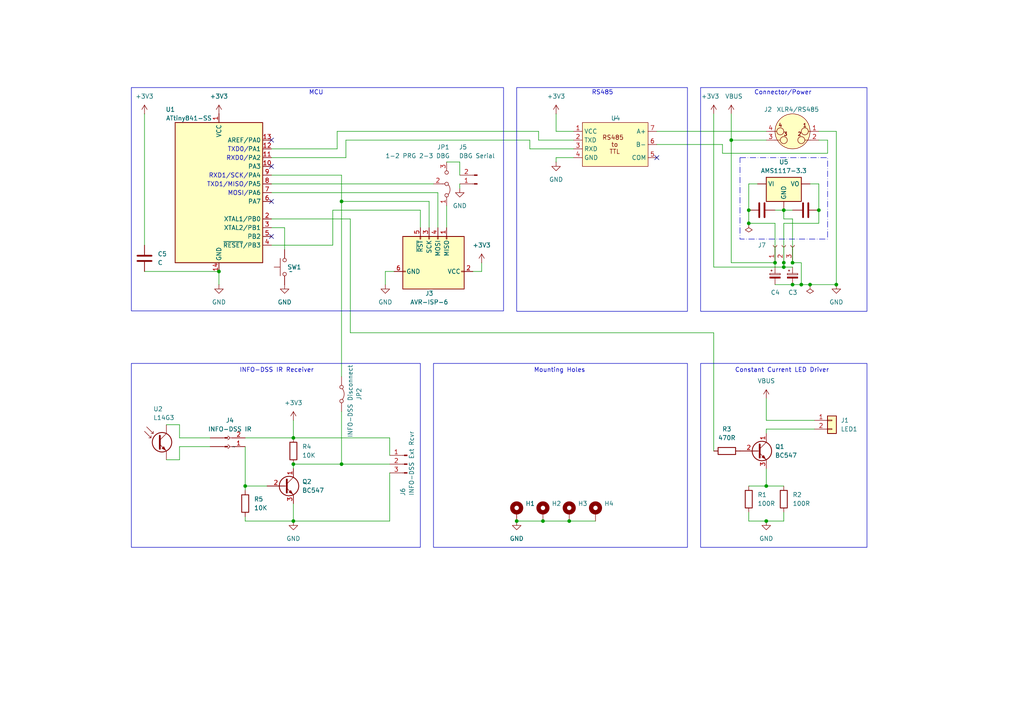
<source format=kicad_sch>
(kicad_sch (version 20231120) (generator "eeschema") (generator_version "8.0")
  (paper "A4")
  (title_block (title "ATtiny-PinKeepAlive") (date "2024-05-08") (rev "v0.1.1"))
  (lib_symbols
    (symbol "Conn_01x02_Pin_1" (pin_names (offset 1.016) hide)
      (property "Reference" "J" (at 0 2.54 0))
      (property "Value" "Conn_01x02_Pin" (at 0 -5.08 0))
      (symbol "Conn_01x02_Pin_1_1_1"
        (polyline (pts (xy 1.27 -2.54) (xy 0.8636 -2.54)) (stroke (width 0.1524)))
        (polyline (pts (xy 1.27 0) (xy 0.8636 0)) (stroke (width 0.1524)))
        (rectangle (start 0.8636 -2.413) (end 0 -2.667) (stroke (width 0.1524)) (fill (type outline)))
        (rectangle (start 0.8636 0.127) (end 0 -0.127) (stroke (width 0.1524)) (fill (type outline)))
        (pin passive line (at 5.08 0 180) (length 3.81) (name "Pin_1") (number "1"))
        (pin passive line (at 5.08 -2.54 180) (length 3.81) (name "Pin_2") (number "2"))
      )
    )
    (symbol "Connector:AVR-ISP-6" (pin_names (offset 1.016))
      (property "Reference" "J" (at -6.35 11.43 0))
      (property "Value" "AVR-ISP-6" (at 0 11.43 0))
      (symbol "AVR-ISP-6_0_1"
        (rectangle (start -2.667 -6.858) (end -2.413 -7.62))
        (rectangle (start -2.667 10.16) (end -2.413 9.398))
        (rectangle (start 7.62 -2.413) (end 6.858 -2.667))
        (rectangle (start 7.62 0.127) (end 6.858 -0.127))
        (rectangle (start 7.62 2.667) (end 6.858 2.413))
        (rectangle (start 7.62 5.207) (end 6.858 4.953))
        (rectangle (start 7.62 10.16) (end -7.62 -7.62) (stroke (width 0.254)) (fill (type background)))
      )
      (symbol "AVR-ISP-6_1_1"
        (pin passive line (at 10.16 5.08 180) (length 2.54) (name "MISO") (number "1"))
        (pin passive line (at -2.54 12.7 270) (length 2.54) (name "VCC") (number "2"))
        (pin passive line (at 10.16 0 180) (length 2.54) (name "SCK") (number "3"))
        (pin passive line (at 10.16 2.54 180) (length 2.54) (name "MOSI") (number "4"))
        (pin passive line (at 10.16 -2.54 180) (length 2.54) (name "~{RST}") (number "5"))
        (pin passive line (at -2.54 -10.16 90) (length 2.54) (name "GND") (number "6"))
      )
    )
    (symbol "Connector:Conn_01x02_Pin" (pin_numbers hide) (pin_names (offset 1.016) hide)
      (property "Reference" "J" (at 0 2.54 0))
      (property "Value" "Conn_01x02_Pin" (at 0 -5.08 0))
      (symbol "Conn_01x02_Pin_1_1"
        (polyline (pts (xy 1.27 -2.54) (xy 0.8636 -2.54)) (stroke (width 0.1524)))
        (polyline (pts (xy 1.27 0) (xy 0.8636 0)) (stroke (width 0.1524)))
        (rectangle (start 0.8636 -2.413) (end 0 -2.667) (stroke (width 0.1524)) (fill (type outline)))
        (rectangle (start 0.8636 0.127) (end 0 -0.127) (stroke (width 0.1524)) (fill (type outline)))
        (pin passive line (at 5.08 0 180) (length 3.81) (name "Pin_1") (number "1"))
        (pin passive line (at 5.08 -2.54 180) (length 3.81) (name "Pin_2") (number "2"))
      )
    )
    (symbol "Connector:Conn_01x02_Socket" (pin_names (offset 1.016) hide)
      (property "Reference" "J" (at 0 2.54 0))
      (property "Value" "Conn_01x02_Socket" (at 0 -5.08 0))
      (symbol "Conn_01x02_Socket_1_1"
        (arc (start 0 -2.032) (mid -0.5058 -2.54) (end 0 -3.048) (stroke (width 0.1524)))
        (polyline (pts (xy -1.27 -2.54) (xy -0.508 -2.54)) (stroke (width 0.1524)))
        (polyline (pts (xy -1.27 0) (xy -0.508 0)) (stroke (width 0.1524)))
        (arc (start 0 0.508) (mid -0.5058 0) (end 0 -0.508) (stroke (width 0.1524)))
        (pin passive line (at -5.08 0 0) (length 3.81) (name "Pin_1") (number "1"))
        (pin passive line (at -5.08 -2.54 0) (length 3.81) (name "Pin_2") (number "2"))
      )
    )
    (symbol "Connector:Conn_01x03_Pin" (pin_names (offset 1.016) hide)
      (property "Reference" "J" (at 0 5.08 0))
      (property "Value" "Conn_01x03_Pin" (at 0 -5.08 0))
      (symbol "Conn_01x03_Pin_1_1"
        (polyline (pts (xy 1.27 -2.54) (xy 0.8636 -2.54)) (stroke (width 0.1524)))
        (polyline (pts (xy 1.27 0) (xy 0.8636 0)) (stroke (width 0.1524)))
        (polyline (pts (xy 1.27 2.54) (xy 0.8636 2.54)) (stroke (width 0.1524)))
        (rectangle (start 0.8636 -2.413) (end 0 -2.667) (stroke (width 0.1524)) (fill (type outline)))
        (rectangle (start 0.8636 0.127) (end 0 -0.127) (stroke (width 0.1524)) (fill (type outline)))
        (rectangle (start 0.8636 2.667) (end 0 2.413) (stroke (width 0.1524)) (fill (type outline)))
        (pin passive line (at 5.08 2.54 180) (length 3.81) (name "Pin_1") (number "1"))
        (pin passive line (at 5.08 0 180) (length 3.81) (name "Pin_2") (number "2"))
        (pin passive line (at 5.08 -2.54 180) (length 3.81) (name "Pin_3") (number "3"))
      )
    )
    (symbol "Connector:Conn_01x03_Socket" (pin_names (offset 1.016) hide)
      (property "Reference" "J" (at 0 5.08 0))
      (property "Value" "Conn_01x03_Socket" (at 0 -5.08 0))
      (symbol "Conn_01x03_Socket_1_1"
        (arc (start 0 -2.032) (mid -0.5058 -2.54) (end 0 -3.048) (stroke (width 0.1524)))
        (polyline (pts (xy -1.27 -2.54) (xy -0.508 -2.54)) (stroke (width 0.1524)))
        (polyline (pts (xy -1.27 0) (xy -0.508 0)) (stroke (width 0.1524)))
        (polyline (pts (xy -1.27 2.54) (xy -0.508 2.54)) (stroke (width 0.1524)))
        (arc (start 0 0.508) (mid -0.5058 0) (end 0 -0.508) (stroke (width 0.1524)))
        (arc (start 0 3.048) (mid -0.5058 2.54) (end 0 2.032) (stroke (width 0.1524)))
        (pin passive line (at -5.08 2.54 0) (length 3.81) (name "Pin_1") (number "1"))
        (pin passive line (at -5.08 0 0) (length 3.81) (name "Pin_2") (number "2"))
        (pin passive line (at -5.08 -2.54 0) (length 3.81) (name "Pin_3") (number "3"))
      )
    )
    (symbol "Connector_Audio:XLR4" (pin_names hide)
      (property "Reference" "J" (at 0 8.89 0))
      (property "Value" "XLR4" (at 0 6.35 0))
      (symbol "XLR4_0_1"
        (circle (center -3.556 0) (radius 1.016))
        (circle (center -2.54 -2.54) (radius 1.016))
        (polyline (pts (xy -5.08 -2.54) (xy -4.445 -2.54)))
        (polyline (pts (xy -5.08 0) (xy -4.572 0)))
        (polyline (pts (xy -4.572 -2.54) (xy -3.556 -2.54)))
        (polyline (pts (xy 4.318 -2.54) (xy 3.556 -2.54)))
        (polyline (pts (xy 5.08 -2.54) (xy 4.445 -2.54)))
        (polyline (pts (xy 5.08 0) (xy 4.572 0)))
        (circle (center 0 0) (radius 5.08) (fill (type background)))
        (circle (center 2.54 -2.54) (radius 1.016))
        (circle (center 3.556 0) (radius 1.016))
        (text "1" (at -3.556 1.778 0) (effects (font (size 1.016 1.016) (bold yes))))
        (text "2" (at -2.032 -0.762 0) (effects (font (size 1.016 1.016) (bold yes))))
        (text "3" (at 2.032 -0.762 0) (effects (font (size 1.016 1.016) (bold yes))))
        (text "4" (at 3.556 1.778 0) (effects (font (size 1.016 1.016) (bold yes))))
      )
      (symbol "XLR4_1_1"
        (pin passive line (at -7.62 0 0) (length 2.54) (name "~") (number "1"))
        (pin passive line (at -7.62 -2.54 0) (length 2.54) (name "~") (number "2"))
        (pin passive line (at 7.62 -2.54 180) (length 2.54) (name "~") (number "3"))
        (pin passive line (at 7.62 0 180) (length 2.54) (name "~") (number "4"))
      )
    )
    (symbol "Connector_Generic:Conn_01x02" (pin_names (offset 1.016) hide)
      (property "Reference" "J" (at 0 2.54 0))
      (property "Value" "Conn_01x02" (at 0 -5.08 0))
      (symbol "Conn_01x02_1_1"
        (rectangle (start -1.27 -2.413) (end 0 -2.667) (stroke (width 0.1524)))
        (rectangle (start -1.27 0.127) (end 0 -0.127) (stroke (width 0.1524)))
        (rectangle (start -1.27 1.27) (end 1.27 -3.81) (stroke (width 0.254)) (fill (type background)))
        (pin passive line (at -5.08 0 0) (length 3.81) (name "Pin_1") (number "1"))
        (pin passive line (at -5.08 -2.54 0) (length 3.81) (name "Pin_2") (number "2"))
      )
    )
    (symbol "Device:C" (pin_numbers hide) (pin_names (offset 0.254))
      (property "Reference" "C" (at 0.635 2.54 0))
      (property "Value" "C" (at 0.635 -2.54 0))
      (symbol "C_0_1"
        (polyline (pts (xy -2.032 -0.762) (xy 2.032 -0.762)) (stroke (width 0.508)))
        (polyline (pts (xy -2.032 0.762) (xy 2.032 0.762)) (stroke (width 0.508)))
      )
      (symbol "C_1_1"
        (pin passive line (at 0 3.81 270) (length 2.794) (name "~") (number "1"))
        (pin passive line (at 0 -3.81 90) (length 2.794) (name "~") (number "2"))
      )
    )
    (symbol "Device:C_Polarized_Small" (pin_numbers hide) (pin_names (offset 0.254) hide)
      (property "Reference" "C" (at 0.254 1.778 0))
      (property "Value" "C_Polarized_Small" (at 0.254 -2.032 0))
      (symbol "C_Polarized_Small_0_1"
        (rectangle (start -1.524 -0.3048) (end 1.524 -0.6858) (fill (type outline)))
        (rectangle (start -1.524 0.6858) (end 1.524 0.3048))
        (polyline (pts (xy -1.27 1.524) (xy -0.762 1.524)))
        (polyline (pts (xy -1.016 1.27) (xy -1.016 1.778)))
      )
      (symbol "C_Polarized_Small_1_1"
        (pin passive line (at 0 2.54 270) (length 1.8542) (name "~") (number "1"))
        (pin passive line (at 0 -2.54 90) (length 1.8542) (name "~") (number "2"))
      )
    )
    (symbol "Device:R" (pin_numbers hide) (pin_names (offset 0))
      (property "Reference" "R" (at 2.032 0 90))
      (property "Value" "R" (at 0 0 90))
      (symbol "R_0_1"
        (rectangle (start -1.016 -2.54) (end 1.016 2.54) (stroke (width 0.254)))
      )
      (symbol "R_1_1"
        (pin passive line (at 0 3.81 270) (length 1.27) (name "~") (number "1"))
        (pin passive line (at 0 -3.81 90) (length 1.27) (name "~") (number "2"))
      )
    )
    (symbol "Jumper:Jumper_2_Bridged" (pin_numbers hide) (pin_names (offset 0) hide) (exclude_from_sim yes)
      (property "Reference" "JP" (at 0 1.905 0))
      (property "Value" "Jumper_2_Bridged" (at 0 -2.54 0))
      (symbol "Jumper_2_Bridged_0_0"
        (circle (center -2.032 0) (radius 0.508))
        (circle (center 2.032 0) (radius 0.508))
      )
      (symbol "Jumper_2_Bridged_0_1"
        (arc (start 1.524 0.254) (mid 0 0.762) (end -1.524 0.254))
      )
      (symbol "Jumper_2_Bridged_1_1"
        (pin passive line (at -5.08 0 0) (length 2.54) (name "A") (number "1"))
        (pin passive line (at 5.08 0 180) (length 2.54) (name "B") (number "2"))
      )
    )
    (symbol "Jumper:Jumper_3_Bridged12" (pin_names (offset 0) hide) (exclude_from_sim yes) (in_bom no)
      (property "Reference" "JP" (at -2.54 -2.54 0))
      (property "Value" "Jumper_3_Bridged12" (at 0 2.794 0))
      (symbol "Jumper_3_Bridged12_0_0"
        (circle (center -3.302 0) (radius 0.508))
        (circle (center 0 0) (radius 0.508))
        (circle (center 3.302 0) (radius 0.508))
      )
      (symbol "Jumper_3_Bridged12_0_1"
        (arc (start -0.254 0.508) (mid -1.651 0.9912) (end -3.048 0.508))
        (polyline (pts (xy 0 -1.27) (xy 0 -0.508)))
      )
      (symbol "Jumper_3_Bridged12_1_1"
        (pin passive line (at -6.35 0 0) (length 2.54) (name "A") (number "1"))
        (pin passive line (at 0 -3.81 90) (length 2.54) (name "C") (number "2"))
        (pin passive line (at 6.35 0 180) (length 2.54) (name "B") (number "3"))
      )
    )
    (symbol "MCU_Microchip_ATtiny:ATtiny841-SS"
      (property "Reference" "U" (at -12.7 21.59 0))
      (property "Value" "ATtiny841-SS" (at 2.54 -21.59 0))
      (symbol "ATtiny841-SS_0_1"
        (rectangle (start -12.7 -20.32) (end 12.7 20.32) (stroke (width 0.254)) (fill (type background)))
      )
      (symbol "ATtiny841-SS_1_1"
        (pin power_in line (at 0 22.86 270) (length 2.54) (name "VCC") (number "1"))
        (pin bidirectional line (at 15.24 7.62 180) (length 2.54) (name "PA3") (number "10"))
        (pin bidirectional line (at 15.24 10.16 180) (length 2.54) (name "PA2") (number "11"))
        (pin bidirectional line (at 15.24 12.7 180) (length 2.54) (name "PA1") (number "12"))
        (pin bidirectional line (at 15.24 15.24 180) (length 2.54) (name "AREF/PA0") (number "13"))
        (pin power_in line (at 0 -22.86 90) (length 2.54) (name "GND") (number "14"))
        (pin bidirectional line (at 15.24 -7.62 180) (length 2.54) (name "XTAL1/PB0") (number "2"))
        (pin bidirectional line (at 15.24 -10.16 180) (length 2.54) (name "XTAL2/PB1") (number "3"))
        (pin bidirectional line (at 15.24 -15.24 180) (length 2.54) (name "~{RESET}/PB3") (number "4"))
        (pin bidirectional line (at 15.24 -12.7 180) (length 2.54) (name "PB2") (number "5"))
        (pin bidirectional line (at 15.24 -2.54 180) (length 2.54) (name "PA7") (number "6"))
        (pin bidirectional line (at 15.24 0 180) (length 2.54) (name "PA6") (number "7"))
        (pin bidirectional line (at 15.24 2.54 180) (length 2.54) (name "PA5") (number "8"))
        (pin bidirectional line (at 15.24 5.08 180) (length 2.54) (name "PA4") (number "9"))
      )
    )
    (symbol "Mechanical:MountingHole_Pad" (pin_numbers hide) (pin_names (offset 1.016) hide) (exclude_from_sim yes) (in_bom no)
      (property "Reference" "H" (at 0 6.35 0))
      (property "Value" "MountingHole_Pad" (at 0 4.445 0))
      (symbol "MountingHole_Pad_0_1"
        (circle (center 0 1.27) (radius 1.27) (stroke (width 1.27)))
      )
      (symbol "MountingHole_Pad_1_1"
        (pin input line (at 0 -2.54 90) (length 2.54) (name "1") (number "1"))
      )
    )
    (symbol "RS485toTTLModule:RS485toTTL"
      (property "Reference" "U" (at -10.16 1.27 0))
      (symbol "RS485toTTL_0_1"
        (rectangle (start -19.05 0) (end 0 -12.7) (fill (type background)))
      )
      (symbol "RS485toTTL_1_1"
        (text "RS485\n to\n TTL" (at -10.16 -6.35 0) (effects (font (size 1.27 1.27))))
        (pin power_in line (at -21.59 -2.54 0) (length 2.54) (name "VCC") (number "1"))
        (pin input line (at -21.59 -5.08 0) (length 2.54) (name "TXD") (number "2"))
        (pin output line (at -21.59 -7.62 0) (length 2.54) (name "RXD") (number "3"))
        (pin power_in line (at -21.59 -10.16 0) (length 2.54) (name "GND") (number "4"))
        (pin power_in line (at 2.54 -10.16 180) (length 2.54) (name "COM") (number "5"))
        (pin bidirectional line (at 2.54 -6.35 180) (length 2.54) (name "B-") (number "6"))
        (pin bidirectional line (at 2.54 -2.54 180) (length 2.54) (name "A+") (number "7"))
      )
    )
    (symbol "Regulator_Linear:AMS1117-3.3" (pin_numbers hide)
      (property "Reference" "U" (at -3.81 3.175 0))
      (property "Value" "AMS1117-3.3" (at 0 3.175 0))
      (symbol "AMS1117-3.3_0_1"
        (rectangle (start -5.08 -5.08) (end 5.08 1.905) (stroke (width 0.254)) (fill (type background)))
      )
      (symbol "AMS1117-3.3_1_1"
        (pin power_in line (at 0 -7.62 90) (length 2.54) (name "GND") (number "1"))
        (pin power_out line (at 7.62 0 180) (length 2.54) (name "VO") (number "2"))
        (pin power_in line (at -7.62 0 0) (length 2.54) (name "VI") (number "3"))
      )
    )
    (symbol "Sensor_Optical:SFH309" (pin_numbers hide) (pin_names (offset 0) hide)
      (property "Reference" "Q" (at 5.08 1.27 0))
      (property "Value" "SFH309" (at 5.08 -1.27 0))
      (symbol "SFH309_0_1"
        (polyline (pts (xy -1.905 1.27) (xy -2.54 1.27)))
        (polyline (pts (xy -1.27 2.54) (xy -1.905 2.54)))
        (polyline (pts (xy 0.635 0.635) (xy 2.54 2.54)))
        (polyline (pts (xy -3.81 3.175) (xy -1.905 1.27) (xy -1.905 1.905)))
        (polyline (pts (xy -3.175 4.445) (xy -1.27 2.54) (xy -1.27 3.175)))
        (polyline (pts (xy 0.635 -0.635) (xy 2.54 -2.54) (xy 2.54 -2.54)))
        (polyline (pts (xy 0.635 1.905) (xy 0.635 -1.905) (xy 0.635 -1.905)) (stroke (width 0.508)))
        (polyline (pts (xy 1.27 -1.778) (xy 1.778 -1.27) (xy 2.286 -2.286) (xy 1.27 -1.778) (xy 1.27 -1.778)) (fill (type outline)))
        (circle (center 1.27 0) (radius 2.8194) (stroke (width 0.254)))
      )
      (symbol "SFH309_1_1"
        (pin passive line (at 2.54 5.08 270) (length 2.54) (name "C") (number "1"))
        (pin passive line (at 2.54 -5.08 90) (length 2.54) (name "E") (number "2"))
      )
    )
    (symbol "Switch:SW_Push" (pin_numbers hide) (pin_names (offset 1.016) hide)
      (property "Reference" "SW" (at 1.27 2.54 0))
      (property "Value" "SW_Push" (at 0 -1.524 0))
      (symbol "SW_Push_0_1"
        (circle (center -2.032 0) (radius 0.508))
        (polyline (pts (xy 0 1.27) (xy 0 3.048)))
        (polyline (pts (xy 2.54 1.27) (xy -2.54 1.27)))
        (circle (center 2.032 0) (radius 0.508))
        (pin passive line (at -5.08 0 0) (length 2.54) (name "1") (number "1"))
        (pin passive line (at 5.08 0 180) (length 2.54) (name "2") (number "2"))
      )
    )
    (symbol "Transistor_BJT:BC547" (pin_names (offset 0) hide)
      (property "Reference" "Q" (at 5.08 1.905 0))
      (property "Value" "BC547" (at 5.08 0 0))
      (symbol "BC547_0_1"
        (polyline (pts (xy 0 0) (xy 0.635 0)))
        (polyline (pts (xy 0.635 0.635) (xy 2.54 2.54)))
        (polyline (pts (xy 0.635 -0.635) (xy 2.54 -2.54) (xy 2.54 -2.54)))
        (polyline (pts (xy 0.635 1.905) (xy 0.635 -1.905) (xy 0.635 -1.905)) (stroke (width 0.508)))
        (polyline (pts (xy 1.27 -1.778) (xy 1.778 -1.27) (xy 2.286 -2.286) (xy 1.27 -1.778) (xy 1.27 -1.778)) (fill (type outline)))
        (circle (center 1.27 0) (radius 2.8194) (stroke (width 0.254)))
      )
      (symbol "BC547_1_1"
        (pin passive line (at 2.54 5.08 270) (length 2.54) (name "C") (number "1"))
        (pin input line (at -5.08 0 0) (length 5.08) (name "B") (number "2"))
        (pin passive line (at 2.54 -5.08 90) (length 2.54) (name "E") (number "3"))
      )
    )
    (symbol "power:+3V3" (power) (pin_numbers hide) (pin_names (offset 0) hide)
      (property "Value" "+3V3" (at 0 3.556 0))
      (symbol "+3V3_0_1"
        (polyline (pts (xy -0.762 1.27) (xy 0 2.54)))
        (polyline (pts (xy 0 0) (xy 0 2.54)))
        (polyline (pts (xy 0 2.54) (xy 0.762 1.27)))
      )
      (symbol "+3V3_1_1"
        (pin power_in line (at 0 0 90) (length 0) (name "~") (number "1"))
      )
    )
    (symbol "power:GND" (power) (pin_numbers hide) (pin_names (offset 0) hide)
      (property "Value" "GND" (at 0 -3.81 0))
      (symbol "GND_0_1"
        (polyline (pts (xy 0 0) (xy 0 -1.27) (xy 1.27 -1.27) (xy 0 -2.54) (xy -1.27 -1.27) (xy 0 -1.27)))
      )
      (symbol "GND_1_1"
        (pin power_in line (at 0 0 270) (length 0) (name "~") (number "1"))
      )
    )
    (symbol "power:PWR_FLAG" (power) (pin_numbers hide) (pin_names (offset 0) hide)
      (property "Value" "PWR_FLAG" (at 0 3.81 0))
      (symbol "PWR_FLAG_0_0"
        (pin power_out line (at 0 0 90) (length 0) (name "~") (number "1"))
      )
      (symbol "PWR_FLAG_0_1"
        (polyline (pts (xy 0 0) (xy 0 1.27) (xy -1.016 1.905) (xy 0 2.54) (xy 1.016 1.905) (xy 0 1.27)))
      )
    )
    (symbol "power:VBUS" (power) (pin_numbers hide) (pin_names (offset 0) hide)
      (property "Value" "VBUS" (at 0 3.556 0))
      (symbol "VBUS_0_1"
        (polyline (pts (xy -0.762 1.27) (xy 0 2.54)))
        (polyline (pts (xy 0 0) (xy 0 2.54)))
        (polyline (pts (xy 0 2.54) (xy 0.762 1.27)))
      )
      (symbol "VBUS_1_1"
        (pin power_in line (at 0 0 90) (length 0) (name "~") (number "1"))
      )
    )
  )
  (junction (at 227.33 77.47))
  (junction (at 227.33 76.2))
  (junction (at 227.33 60.96))
  (junction (at 99.06 58.42))
  (junction (at 217.17 60.96))
  (junction (at 237.49 60.96))
  (junction (at 222.25 151.13))
  (junction (at 63.5 78.74))
  (junction (at 229.87 76.2))
  (junction (at 99.06 134.62))
  (junction (at 234.95 82.55))
  (junction (at 71.12 140.97))
  (junction (at 242.57 82.55))
  (junction (at 217.17 64.77))
  (junction (at 222.25 140.97))
  (junction (at 232.41 82.55))
  (junction (at 224.79 76.2))
  (junction (at 85.09 134.62))
  (junction (at 149.86 151.13))
  (junction (at 157.48 151.13))
  (junction (at 85.09 151.13))
  (junction (at 229.87 82.55))
  (junction (at 85.09 127))
  (junction (at 212.09 40.64))
  (junction (at 165.1 151.13))
  (no_connect (at 78.74 68.58))
  (no_connect (at 78.74 58.42))
  (no_connect (at 78.74 40.64))
  (no_connect (at 78.74 48.26))
  (no_connect (at 190.5 45.72))
  (wire (pts (xy 113.03 137.16) (xy 113.03 151.13)))
  (wire (pts (xy 161.29 45.72) (xy 166.37 45.72)))
  (wire (pts (xy 242.57 38.1) (xy 242.57 82.55)))
  (wire (pts (xy 222.25 124.46) (xy 222.25 125.73)))
  (wire (pts (xy 207.01 33.02) (xy 207.01 77.47)))
  (wire (pts (xy 127 55.88) (xy 127 66.04)))
  (wire (pts (xy 222.25 140.97) (xy 227.33 140.97)))
  (wire (pts (xy 41.91 78.74) (xy 63.5 78.74)))
  (wire (pts (xy 97.79 43.18) (xy 78.74 43.18)))
  (wire (pts (xy 60.96 127) (xy 52.07 127)))
  (wire (pts (xy 236.22 124.46) (xy 222.25 124.46)))
  (wire (pts (xy 85.09 151.13) (xy 113.03 151.13)))
  (wire (pts (xy 52.07 129.54) (xy 60.96 129.54)))
  (wire (pts (xy 100.33 40.64) (xy 153.67 40.64)))
  (wire (pts (xy 190.5 41.91) (xy 209.55 41.91)))
  (wire (pts (xy 85.09 135.89) (xy 85.09 134.62)))
  (wire (pts (xy 229.87 63.5) (xy 229.87 76.2)))
  (wire (pts (xy 229.87 82.55) (xy 232.41 82.55)))
  (wire (pts (xy 124.46 58.42) (xy 99.06 58.42)))
  (wire (pts (xy 217.17 53.34) (xy 219.71 53.34)))
  (wire (pts (xy 222.25 121.92) (xy 222.25 115.57)))
  (wire (pts (xy 121.92 60.96) (xy 121.92 66.04)))
  (wire (pts (xy 237.49 38.1) (xy 242.57 38.1)))
  (wire (pts (xy 78.74 63.5) (xy 101.6 63.5)))
  (wire (pts (xy 96.52 60.96) (xy 96.52 71.12)))
  (wire (pts (xy 190.5 38.1) (xy 222.25 38.1)))
  (wire (pts (xy 111.76 78.74) (xy 111.76 82.55)))
  (wire (pts (xy 113.03 134.62) (xy 99.06 134.62)))
  (wire (pts (xy 227.33 77.47) (xy 229.87 77.47)))
  (wire (pts (xy 127 55.88) (xy 78.74 55.88)))
  (wire (pts (xy 97.79 38.1) (xy 97.79 43.18)))
  (wire (pts (xy 209.55 41.91) (xy 209.55 44.45)))
  (wire (pts (xy 100.33 45.72) (xy 78.74 45.72)))
  (wire (pts (xy 52.07 127) (xy 52.07 123.19)))
  (wire (pts (xy 237.49 40.64) (xy 240.03 40.64)))
  (wire (pts (xy 77.47 140.97) (xy 71.12 140.97)))
  (wire (pts (xy 82.55 66.04) (xy 82.55 72.39)))
  (wire (pts (xy 212.09 33.02) (xy 212.09 40.64)))
  (wire (pts (xy 217.17 64.77) (xy 217.17 60.96)))
  (wire (pts (xy 41.91 33.02) (xy 41.91 71.12)))
  (wire (pts (xy 232.41 76.2) (xy 232.41 82.55)))
  (wire (pts (xy 166.37 40.64) (xy 156.21 40.64)))
  (wire (pts (xy 100.33 40.64) (xy 100.33 45.72)))
  (wire (pts (xy 139.7 76.2) (xy 139.7 78.74)))
  (wire (pts (xy 222.25 140.97) (xy 222.25 135.89)))
  (wire (pts (xy 227.33 60.96) (xy 229.87 60.96)))
  (wire (pts (xy 165.1 151.13) (xy 172.72 151.13)))
  (wire (pts (xy 99.06 50.8) (xy 99.06 58.42)))
  (wire (pts (xy 85.09 146.05) (xy 85.09 151.13)))
  (wire (pts (xy 217.17 140.97) (xy 222.25 140.97)))
  (wire (pts (xy 133.35 46.99) (xy 133.35 50.8)))
  (wire (pts (xy 48.26 133.35) (xy 52.07 133.35)))
  (wire (pts (xy 99.06 119.38) (xy 99.06 134.62)))
  (wire (pts (xy 129.54 59.69) (xy 129.54 66.04)))
  (wire (pts (xy 71.12 142.24) (xy 71.12 140.97)))
  (wire (pts (xy 237.49 53.34) (xy 234.95 53.34)))
  (wire (pts (xy 237.49 64.77) (xy 227.33 64.77)))
  (wire (pts (xy 240.03 40.64) (xy 240.03 44.45)))
  (wire (pts (xy 52.07 133.35) (xy 52.07 129.54)))
  (wire (pts (xy 71.12 127) (xy 85.09 127)))
  (wire (pts (xy 157.48 151.13) (xy 165.1 151.13)))
  (wire (pts (xy 96.52 71.12) (xy 78.74 71.12)))
  (wire (pts (xy 232.41 82.55) (xy 234.95 82.55)))
  (wire (pts (xy 224.79 76.2) (xy 224.79 77.47)))
  (wire (pts (xy 101.6 96.52) (xy 207.01 96.52)))
  (wire (pts (xy 224.79 60.96) (xy 227.33 60.96)))
  (wire (pts (xy 217.17 148.59) (xy 217.17 151.13)))
  (wire (pts (xy 227.33 63.5) (xy 229.87 63.5)))
  (wire (pts (xy 63.5 78.74) (xy 63.5 82.55)))
  (wire (pts (xy 71.12 151.13) (xy 71.12 149.86)))
  (wire (pts (xy 78.74 53.34) (xy 125.73 53.34)))
  (wire (pts (xy 217.17 64.77) (xy 224.79 64.77)))
  (wire (pts (xy 224.79 82.55) (xy 229.87 82.55)))
  (wire (pts (xy 101.6 63.5) (xy 101.6 96.52)))
  (wire (pts (xy 224.79 64.77) (xy 224.79 76.2)))
  (wire (pts (xy 209.55 44.45) (xy 240.03 44.45)))
  (wire (pts (xy 133.35 53.34) (xy 133.35 54.61)))
  (wire (pts (xy 227.33 77.47) (xy 227.33 76.2)))
  (wire (pts (xy 129.54 46.99) (xy 133.35 46.99)))
  (wire (pts (xy 71.12 151.13) (xy 85.09 151.13)))
  (wire (pts (xy 161.29 38.1) (xy 166.37 38.1)))
  (wire (pts (xy 124.46 58.42) (xy 124.46 66.04)))
  (wire (pts (xy 229.87 76.2) (xy 232.41 76.2)))
  (wire (pts (xy 161.29 46.99) (xy 161.29 45.72)))
  (wire (pts (xy 237.49 53.34) (xy 237.49 60.96)))
  (wire (pts (xy 96.52 60.96) (xy 121.92 60.96)))
  (wire (pts (xy 161.29 33.02) (xy 161.29 38.1)))
  (wire (pts (xy 52.07 123.19) (xy 48.26 123.19)))
  (wire (pts (xy 113.03 127) (xy 113.03 132.08)))
  (wire (pts (xy 207.01 77.47) (xy 227.33 77.47)))
  (wire (pts (xy 212.09 40.64) (xy 222.25 40.64)))
  (wire (pts (xy 207.01 96.52) (xy 207.01 130.81)))
  (wire (pts (xy 71.12 129.54) (xy 71.12 140.97)))
  (wire (pts (xy 85.09 127) (xy 113.03 127)))
  (wire (pts (xy 237.49 60.96) (xy 237.49 64.77)))
  (wire (pts (xy 217.17 151.13) (xy 222.25 151.13)))
  (wire (pts (xy 227.33 64.77) (xy 227.33 76.2)))
  (wire (pts (xy 139.7 78.74) (xy 137.16 78.74)))
  (wire (pts (xy 212.09 76.2) (xy 224.79 76.2)))
  (wire (pts (xy 227.33 148.59) (xy 227.33 151.13)))
  (wire (pts (xy 227.33 60.96) (xy 227.33 63.5)))
  (wire (pts (xy 78.74 66.04) (xy 82.55 66.04)))
  (wire (pts (xy 153.67 43.18) (xy 166.37 43.18)))
  (wire (pts (xy 85.09 134.62) (xy 99.06 134.62)))
  (wire (pts (xy 149.86 151.13) (xy 157.48 151.13)))
  (wire (pts (xy 78.74 50.8) (xy 99.06 50.8)))
  (wire (pts (xy 111.76 78.74) (xy 114.3 78.74)))
  (wire (pts (xy 97.79 38.1) (xy 156.21 38.1)))
  (wire (pts (xy 85.09 121.92) (xy 85.09 127)))
  (wire (pts (xy 217.17 60.96) (xy 217.17 53.34)))
  (wire (pts (xy 153.67 40.64) (xy 153.67 43.18)))
  (wire (pts (xy 236.22 121.92) (xy 222.25 121.92)))
  (wire (pts (xy 227.33 151.13) (xy 222.25 151.13)))
  (wire (pts (xy 212.09 40.64) (xy 212.09 76.2)))
  (wire (pts (xy 156.21 40.64) (xy 156.21 38.1)))
  (wire (pts (xy 234.95 82.55) (xy 242.57 82.55)))
  (wire (pts (xy 99.06 58.42) (xy 99.06 109.22)))
  (rectangle (start 38.1 105.41) (end 121.92 158.75))
  (rectangle (start 38.1 25.4) (end 146.05 90.17))
  (rectangle (start 214.63 45.72) (end 240.03 69.342) (stroke (width 0) (type dash_dot)))
  (rectangle (start 203.2 25.4) (end 251.46 90.297))
  (rectangle (start 203.2 105.41) (end 251.46 158.75))
  (rectangle (start 149.86 25.4) (end 199.39 90.297))
  (rectangle (start 125.73 105.41) (end 199.39 158.75))
  (text "INFO-DSS IR Receiver" (at 80.264 107.442 0) (effects (font (size 1.27 1.27))))
  (text "TXD0/" (at 69.088 43.434 0) (effects (font (size 1.27 1.27))))
  (text "Mounting Holes" (at 162.306 107.442 0) (effects (font (size 1.27 1.27))))
  (text "MCU" (at 91.694 26.924 0) (effects (font (size 1.27 1.27))))
  (text "RS485" (at 174.752 26.924 0) (effects (font (size 1.27 1.27))))
  (text "Constant Current LED Driver" (at 226.822 107.442 0) (effects (font (size 1.27 1.27))))
  (text "TXD1/MISO/" (at 66.04 53.594 0) (effects (font (size 1.27 1.27))))
  (text "Connector/Power" (at 227.076 26.924 0) (effects (font (size 1.27 1.27))))
  (text "MOSI/" (at 69.088 56.134 0) (effects (font (size 1.27 1.27))))
  (text "RXD1/SCK/" (at 66.294 51.054 0) (effects (font (size 1.27 1.27))))
  (text "RXD0/" (at 68.834 45.974 0) (effects (font (size 1.27 1.27))))
  (symbol (lib_id "power:GND") (at 63.5 82.55 0) (unit 1)
    (property "Reference" "#PWR02" (effects (hide yes)))
    (property "Value" "GND" (at 63.5 87.63 0))
    (property "Description" "Power symbol creates a global label with name \"GND\" , ground" (effects (hide yes)))
  )
  (symbol (lib_id "Mechanical:MountingHole_Pad") (at 157.48 148.59 0) (unit 1) (exclude_from_sim yes) (in_bom no)
    (property "Reference" "H2" (at 160.02 146.0499 0) (effects (justify left)))
    (property "Value" "MountingHole_Pad" (effects (hide yes)))
    (property "Footprint" "MountingHole:MountingHole_2.5mm_Pad_Via" (effects (hide yes)))
    (property "Description" "Mounting Hole with connection" (effects (hide yes)))
  )
  (symbol (lib_id "Switch:SW_Push") (at 82.55 77.47 90) (unit 1)
    (property "Reference" "SW1" (at 83.312 77.47 90) (effects (justify right)))
    (property "Value" "~" (at 83.82 78.74 90) (effects (justify right)))
    (property "Footprint" "Connector_PinHeader_2.54mm:PinHeader_2x01_P2.54mm_Vertical" (effects (hide yes)))
    (property "Description" "Push button switch, generic, two pins" (effects (hide yes)))
  )
  (symbol (lib_id "MCU_Microchip_ATtiny:ATtiny841-SS") (at 63.5 55.88 0) (unit 1)
    (property "Reference" "U1" (at 50.8 31.75 0) (effects (justify right)))
    (property "Value" "ATtiny841-SS" (at 61.468 34.29 0) (effects (justify right)))
    (property "Footprint" "Package_SO:SOIC-14_3.9x8.7mm_P1.27mm" (effects (hide yes)))
    (property "Datasheet" "http://ww1.microchip.com/downloads/en/DeviceDoc/Atmel-8495-8-bit-AVR-Microcontrollers-ATtiny441-ATtiny841_Datasheet.pdf" (effects (hide yes)))
    (property "Description" "16MHz, 8kB Flash, 512B SRAM, 512B EEPROM, ADC, ACI, debugWIRE, SOIC-14" (effects (hide yes)))
  )
  (symbol (lib_id "RS485toTTLModule:RS485toTTL") (at 187.96 35.56 0) (unit 1)
    (property "Reference" "U4" (at 178.562 34.29 0))
    (property "Value" "~" (at 178.435 34.29 0))
    (property "Footprint" "RS485toTTL:RS485toTTL-THT" (effects (hide yes)))
  )
  (symbol (lib_id "Device:C") (at 41.91 74.93 0) (unit 1)
    (property "Reference" "C5" (at 45.72 73.6599 0) (effects (justify left)))
    (property "Value" "C" (at 45.72 76.1999 0) (effects (justify left)))
    (property "Footprint" "Capacitor_THT:C_Rect_L4.0mm_W2.5mm_P2.50mm" (effects (hide yes)))
    (property "Description" "Unpolarized capacitor" (effects (hide yes)))
  )
  (symbol (lib_id "power:GND") (at 242.57 82.55 0) (unit 1)
    (property "Reference" "#PWR05" (effects (hide yes)))
    (property "Value" "GND" (at 242.57 87.63 0))
    (property "Description" "Power symbol creates a global label with name \"GND\" , ground" (effects (hide yes)))
  )
  (symbol (lib_id "Jumper:Jumper_2_Bridged") (at 99.06 114.3 270) (unit 1) (exclude_from_sim yes)
    (property "Reference" "JP2" (at 104.14 114.3 0))
    (property "Value" "INFO-DSS Disconnect" (at 101.6 116.332 0))
    (property "Footprint" "Connector_PinHeader_2.54mm:PinHeader_1x02_P2.54mm_Vertical" (effects (hide yes)))
    (property "Description" "Jumper, 2-pole, closed/bridged" (effects (hide yes)))
  )
  (symbol (lib_id "Connector_Audio:XLR4") (at 229.87 38.1 0) (mirror y) (unit 1)
    (property "Reference" "J2" (at 222.758 31.75 0))
    (property "Value" "XLR4/RS485" (at 231.394 31.75 0))
    (property "Footprint" "Connector_JST:JST_XH_B4B-XH-A_1x04_P2.50mm_Vertical" (effects (hide yes)))
    (property "Datasheet" " ~" (effects (hide yes)))
    (property "Description" "XLR Connector, Male or Female, 4 Pins" (effects (hide yes)))
  )
  (symbol (lib_id "Mechanical:MountingHole_Pad") (at 165.1 148.59 0) (unit 1) (exclude_from_sim yes) (in_bom no)
    (property "Reference" "H3" (at 167.64 146.0499 0) (effects (justify left)))
    (property "Value" "MountingHole_Pad" (effects (hide yes)))
    (property "Footprint" "MountingHole:MountingHole_2.5mm_Pad_Via" (effects (hide yes)))
    (property "Description" "Mounting Hole with connection" (effects (hide yes)))
  )
  (symbol (lib_id "power:+3V3") (at 63.5 33.02 0) (unit 1)
    (property "Reference" "#PWR06" (effects (hide yes)))
    (property "Value" "+3V3" (at 63.5 27.94 0))
    (property "Description" "Power symbol creates a global label with name \"+3V3\"" (effects (hide yes)))
  )
  (symbol (lib_id "Mechanical:MountingHole_Pad") (at 172.72 148.59 0) (unit 1) (exclude_from_sim yes) (in_bom no)
    (property "Reference" "H4" (at 175.26 146.0499 0) (effects (justify left)))
    (property "Value" "MountingHole_Pad" (effects (hide yes)))
    (property "Footprint" "MountingHole:MountingHole_2.5mm_Pad_Via" (effects (hide yes)))
    (property "Description" "Mounting Hole with connection" (effects (hide yes)))
  )
  (symbol (lib_id "power:GND") (at 149.86 151.13 0) (unit 1)
    (property "Reference" "#PWR017" (effects (hide yes)))
    (property "Value" "GND" (at 149.86 156.21 0))
    (property "Description" "Power symbol creates a global label with name \"GND\" , ground" (effects (hide yes)))
  )
  (symbol (lib_id "Device:C") (at 233.68 60.96 90) (unit 1) (exclude_from_sim yes) (in_bom no) (on_board no)
    (property "Reference" "C1" (effects (hide yes)))
    (property "Value" "C" (effects (hide yes)))
    (property "Description" "Unpolarized capacitor" (effects (hide yes)))
  )
  (symbol (lib_id "Connector:Conn_01x03_Socket") (at 227.33 71.12 90) (unit 1)
    (property "Reference" "J7" (at 220.98 71.12 90))
    (property "Value" "Conn_01x03_Socket" (effects (hide yes)))
    (property "Footprint" "Connector_PinSocket_2.54mm:PinSocket_1x03_P2.54mm_Vertical" (effects (hide yes)))
    (property "Description" "Generic connector, single row, 01x03, script generated" (effects (hide yes)))
  )
  (symbol (lib_id "power:GND") (at 111.76 82.55 0) (unit 1)
    (property "Reference" "#PWR09" (effects (hide yes)))
    (property "Value" "GND" (at 111.76 87.63 0))
    (property "Description" "Power symbol creates a global label with name \"GND\" , ground" (effects (hide yes)))
  )
  (symbol (lib_id "Device:R") (at 217.17 144.78 0) (unit 1)
    (property "Reference" "R1" (at 219.71 143.5099 0) (effects (justify left)))
    (property "Value" "100R" (at 219.71 146.0499 0) (effects (justify left)))
    (property "Footprint" "Resistor_THT:R_Axial_DIN0207_L6.3mm_D2.5mm_P10.16mm_Horizontal" (effects (hide yes)))
    (property "Description" "Resistor" (effects (hide yes)))
  )
  (symbol (lib_name "Conn_01x02_Pin_1") (lib_id "Connector:Conn_01x02_Pin") (at 138.43 53.34 180) (unit 1)
    (property "Reference" "J5" (at 133.096 42.672 0) (effects (justify right)))
    (property "Value" "DBG Serial" (at 133.096 45.212 0) (effects (justify right)))
    (property "Footprint" "Connector_PinHeader_2.54mm:PinHeader_1x02_P2.54mm_Vertical" (effects (hide yes)))
    (property "Description" "Generic connector, single row, 01x02, script generated" (effects (hide yes)))
  )
  (symbol (lib_id "Jumper:Jumper_3_Bridged12") (at 129.54 53.34 270) (mirror x) (unit 1) (exclude_from_sim yes) (in_bom no)
    (property "Reference" "JP1" (at 126.746 42.672 90) (effects (justify left)))
    (property "Value" "1-2 PRG 2-3 DBG" (at 111.76 45.212 90) (effects (justify left)))
    (property "Footprint" "Connector_PinHeader_2.54mm:PinHeader_1x03_P2.54mm_Vertical" (effects (hide yes)))
    (property "Description" "Jumper, 3-pole, pins 1+2 closed/bridged" (effects (hide yes)))
  )
  (symbol (lib_id "power:+3V3") (at 41.91 33.02 0) (unit 1)
    (property "Reference" "#PWR016" (effects (hide yes)))
    (property "Value" "+3V3" (at 41.91 27.94 0))
    (property "Description" "Power symbol creates a global label with name \"+3V3\"" (effects (hide yes)))
  )
  (symbol (lib_id "Device:R") (at 85.09 130.81 0) (unit 1)
    (property "Reference" "R4" (at 87.63 129.5399 0) (effects (justify left)))
    (property "Value" "10K" (at 87.63 132.0799 0) (effects (justify left)))
    (property "Footprint" "Resistor_THT:R_Axial_DIN0207_L6.3mm_D2.5mm_P10.16mm_Horizontal" (effects (hide yes)))
    (property "Description" "Resistor" (effects (hide yes)))
  )
  (symbol (lib_id "Mechanical:MountingHole_Pad") (at 149.86 148.59 0) (unit 1) (exclude_from_sim yes) (in_bom no)
    (property "Reference" "H1" (at 152.4 146.0499 0) (effects (justify left)))
    (property "Value" "MountingHole_Pad" (effects (hide yes)))
    (property "Footprint" "MountingHole:MountingHole_2.5mm_Pad_Via" (effects (hide yes)))
    (property "Description" "Mounting Hole with connection" (effects (hide yes)))
  )
  (symbol (lib_id "Sensor_Optical:SFH309") (at 45.72 128.27 0) (unit 1) (on_board no)
    (property "Reference" "U2" (at 44.45 118.618 0) (effects (justify left)))
    (property "Value" "L14G3" (at 44.45 121.158 0) (effects (justify left)))
    (property "Footprint" "LED_THT:LED_D3.0mm_Clear" (effects (hide yes)))
    (property "Datasheet" "http://www.osram-os.com/Graphics/XPic2/00101811_0.pdf/SFH%20309,%20SFH%20309%20FA,%20Lead%20(Pb)%20Free%20Product%20-%20RoHS%20Compliant.pdf" (effects (hide yes)))
    (property "Description" "Phototransistor NPN" (effects (hide yes)))
  )
  (symbol (lib_id "power:GND") (at 82.55 82.55 0) (unit 1)
    (property "Reference" "#PWR012" (effects (hide yes)))
    (property "Value" "GND" (at 82.55 87.63 0))
    (property "Description" "Power symbol creates a global label with name \"GND\" , ground" (effects (hide yes)))
  )
  (symbol (lib_id "Connector:Conn_01x02_Socket") (at 66.04 129.54 180) (unit 1)
    (property "Reference" "J4" (at 66.675 121.92 0))
    (property "Value" "INFO-DSS IR" (at 66.675 124.46 0))
    (property "Footprint" "Connector_JST:JST_XH_B2B-XH-A_1x02_P2.50mm_Vertical" (effects (hide yes)))
    (property "Description" "Generic connector, single row, 01x02, script generated" (effects (hide yes)))
  )
  (symbol (lib_id "power:PWR_FLAG") (at 234.95 82.55 180) (unit 1)
    (property "Reference" "#FLG02" (effects (hide yes)))
    (property "Value" "PWR_FLAG" (effects (hide yes)))
    (property "Description" "Special symbol for telling ERC where power comes from" (effects (hide yes)))
  )
  (symbol (lib_id "power:PWR_FLAG") (at 217.17 64.77 180) (unit 1)
    (property "Reference" "#FLG01" (effects (hide yes)))
    (property "Value" "PWR_FLAG" (effects (hide yes)))
    (property "Description" "Special symbol for telling ERC where power comes from" (effects (hide yes)))
  )
  (symbol (lib_id "Device:C") (at 220.98 60.96 90) (unit 1) (exclude_from_sim yes) (in_bom no) (on_board no)
    (property "Reference" "C2" (effects (hide yes)))
    (property "Value" "C" (effects (hide yes)))
    (property "Description" "Unpolarized capacitor" (effects (hide yes)))
  )
  (symbol (lib_id "power:+3V3") (at 139.7 76.2 0) (unit 1)
    (property "Reference" "#PWR011" (effects (hide yes)))
    (property "Value" "+3V3" (at 139.7 71.12 0))
    (property "Description" "Power symbol creates a global label with name \"+3V3\"" (effects (hide yes)))
  )
  (symbol (lib_id "Device:C_Polarized_Small") (at 224.79 80.01 0) (unit 1)
    (property "Reference" "C4" (at 223.52 84.836 0) (effects (justify left)))
    (property "Value" "47µ" (effects (hide yes)))
    (property "Footprint" "Capacitor_THT:CP_Radial_D4.0mm_P1.50mm" (effects (hide yes)))
    (property "Description" "Polarized capacitor, small symbol" (effects (hide yes)))
  )
  (symbol (lib_id "Connector_Generic:Conn_01x02") (at 241.3 121.92 0) (unit 1)
    (property "Reference" "J1" (at 243.84 121.9199 0) (effects (justify left)))
    (property "Value" "LED1" (at 243.84 124.4599 0) (effects (justify left)))
    (property "Footprint" "Connector_JST:JST_XH_B2B-XH-A_1x02_P2.50mm_Vertical" (effects (hide yes)))
    (property "Description" "Generic connector, single row, 01x02, script generated (kicad-library-utils/schlib/autogen/connector/)" (effects (hide yes)))
  )
  (symbol (lib_id "Device:C_Polarized_Small") (at 229.87 80.01 0) (unit 1)
    (property "Reference" "C3" (at 228.6 84.836 0) (effects (justify left)))
    (property "Value" "47µ" (effects (hide yes)))
    (property "Footprint" "Capacitor_THT:CP_Radial_D4.0mm_P1.50mm" (effects (hide yes)))
    (property "Description" "Polarized capacitor, small symbol" (effects (hide yes)))
  )
  (symbol (lib_id "power:+3V3") (at 161.29 33.02 0) (unit 1)
    (property "Reference" "#PWR013" (effects (hide yes)))
    (property "Value" "+3V3" (at 161.29 27.94 0))
    (property "Description" "Power symbol creates a global label with name \"+3V3\"" (effects (hide yes)))
  )
  (symbol (lib_id "power:VBUS") (at 222.25 115.57 0) (unit 1)
    (property "Reference" "#PWR03" (effects (hide yes)))
    (property "Value" "VBUS" (at 222.25 110.49 0))
    (property "Description" "Power symbol creates a global label with name \"VBUS\"" (effects (hide yes)))
  )
  (symbol (lib_id "Transistor_BJT:BC547") (at 82.55 140.97 0) (unit 1)
    (property "Reference" "Q2" (at 87.63 139.6999 0) (effects (justify left)))
    (property "Value" "BC547" (at 87.63 142.2399 0) (effects (justify left)))
    (property "Footprint" "Package_TO_SOT_THT:TO-92_Inline" (effects (hide yes)))
    (property "Datasheet" "https://www.onsemi.com/pub/Collateral/BC550-D.pdf" (effects (hide yes)))
    (property "Description" "0.1A Ic, 45V Vce, Small Signal NPN Transistor, TO-92" (effects (hide yes)))
  )
  (symbol (lib_id "power:+3V3") (at 207.01 33.02 0) (unit 1)
    (property "Reference" "#PWR015" (effects (hide yes)))
    (property "Value" "+3V3" (at 205.994 27.94 0))
    (property "Description" "Power symbol creates a global label with name \"+3V3\"" (effects (hide yes)))
  )
  (symbol (lib_id "Device:R") (at 210.82 130.81 270) (unit 1)
    (property "Reference" "R3" (at 210.82 124.46 90))
    (property "Value" "470R" (at 210.82 127 90))
    (property "Footprint" "Resistor_THT:R_Axial_DIN0207_L6.3mm_D2.5mm_P10.16mm_Horizontal" (effects (hide yes)))
    (property "Description" "Resistor" (effects (hide yes)))
  )
  (symbol (lib_id "Regulator_Linear:AMS1117-3.3") (at 227.33 53.34 0) (unit 1) (exclude_from_sim yes) (in_bom no) (on_board no)
    (property "Reference" "U5" (at 227.33 46.99 0))
    (property "Value" "AMS1117-3.3" (at 227.33 49.53 0))
    (property "Footprint" "Package_TO_SOT_SMD:SOT-223-3_TabPin2" (effects (hide yes)))
    (property "Datasheet" "http://www.advanced-monolithic.com/pdf/ds1117.pdf" (effects (hide yes)))
    (property "Description" "1A Low Dropout regulator, positive, 3.3V fixed output, SOT-223" (effects (hide yes)))
  )
  (symbol (lib_id "Connector:Conn_01x03_Pin") (at 118.11 134.62 0) (mirror y) (unit 1)
    (property "Reference" "J6" (at 116.84 141.478 90) (effects (justify right)))
    (property "Value" "INFO-DSS Ext Rcvr" (at 119.38 124.968 90) (effects (justify right)))
    (property "Footprint" "Connector_JST:JST_XH_B3B-XH-A_1x03_P2.50mm_Vertical" (effects (hide yes)))
    (property "Description" "Generic connector, single row, 01x03, script generated" (effects (hide yes)))
  )
  (symbol (lib_id "power:GND") (at 133.35 54.61 0) (unit 1)
    (property "Reference" "#PWR010" (effects (hide yes)))
    (property "Value" "GND" (at 133.35 59.69 0))
    (property "Description" "Power symbol creates a global label with name \"GND\" , ground" (effects (hide yes)))
  )
  (symbol (lib_id "power:VBUS") (at 212.09 33.02 0) (unit 1)
    (property "Reference" "#PWR04" (effects (hide yes)))
    (property "Value" "VBUS" (at 212.852 27.94 0))
    (property "Description" "Power symbol creates a global label with name \"VBUS\"" (effects (hide yes)))
  )
  (symbol (lib_id "power:GND") (at 161.29 46.99 0) (unit 1)
    (property "Reference" "#PWR014" (effects (hide yes)))
    (property "Value" "GND" (at 161.29 52.07 0))
    (property "Description" "Power symbol creates a global label with name \"GND\" , ground" (effects (hide yes)))
  )
  (symbol (lib_id "power:GND") (at 85.09 151.13 0) (unit 1)
    (property "Reference" "#PWR07" (effects (hide yes)))
    (property "Value" "GND" (at 85.09 156.21 0))
    (property "Description" "Power symbol creates a global label with name \"GND\" , ground" (effects (hide yes)))
  )
  (symbol (lib_id "Connector:AVR-ISP-6") (at 124.46 76.2 270) (mirror x) (unit 1)
    (property "Reference" "J3" (at 125.73 85.09 90) (effects (justify right)))
    (property "Value" "AVR-ISP-6" (at 130.048 87.63 90) (effects (justify right)))
    (property "Footprint" "Connector_PinHeader_2.54mm:PinHeader_2x03_P2.54mm_Vertical" (effects (hide yes)))
    (property "Datasheet" " ~" (effects (hide yes)))
    (property "Description" "Atmel 6-pin ISP connector" (effects (hide yes)))
  )
  (symbol (lib_id "Connector:Conn_01x02_Pin") (at 66.04 129.54 180) (unit 1) (on_board no)
    (property "Reference" "U3" (effects (hide yes)))
    (property "Value" "~" (at 67.31 129.5399 0) (effects (justify right)))
    (property "Description" "Generic connector, single row, 01x02, script generated" (effects (hide yes)))
  )
  (symbol (lib_id "Device:R") (at 71.12 146.05 0) (unit 1)
    (property "Reference" "R5" (at 73.66 144.78 0) (effects (justify left)))
    (property "Value" "10K" (at 73.66 147.32 0) (effects (justify left)))
    (property "Footprint" "Resistor_THT:R_Axial_DIN0207_L6.3mm_D2.5mm_P10.16mm_Horizontal" (effects (hide yes)))
    (property "Description" "Resistor" (effects (hide yes)))
  )
  (symbol (lib_id "power:+3V3") (at 85.09 121.92 0) (unit 1)
    (property "Reference" "#PWR08" (effects (hide yes)))
    (property "Value" "+3V3" (at 85.09 116.84 0))
    (property "Description" "Power symbol creates a global label with name \"+3V3\"" (effects (hide yes)))
  )
  (symbol (lib_id "Transistor_BJT:BC547") (at 219.71 130.81 0) (unit 1)
    (property "Reference" "Q1" (at 224.79 129.5399 0) (effects (justify left)))
    (property "Value" "BC547" (at 224.79 132.0799 0) (effects (justify left)))
    (property "Footprint" "Package_TO_SOT_THT:TO-92_Inline" (effects (hide yes)))
    (property "Datasheet" "https://www.onsemi.com/pub/Collateral/BC550-D.pdf" (effects (hide yes)))
    (property "Description" "0.1A Ic, 45V Vce, Small Signal NPN Transistor, TO-92" (effects (hide yes)))
  )
  (symbol (lib_id "Device:R") (at 227.33 144.78 0) (unit 1)
    (property "Reference" "R2" (at 229.87 143.5099 0) (effects (justify left)))
    (property "Value" "100R" (at 229.87 146.0499 0) (effects (justify left)))
    (property "Footprint" "Resistor_THT:R_Axial_DIN0207_L6.3mm_D2.5mm_P10.16mm_Horizontal" (effects (hide yes)))
    (property "Description" "Resistor" (effects (hide yes)))
  )
  (symbol (lib_id "power:GND") (at 222.25 151.13 0) (unit 1)
    (property "Reference" "#PWR01" (effects (hide yes)))
    (property "Value" "GND" (at 222.25 156.21 0))
    (property "Description" "Power symbol creates a global label with name \"GND\" , ground" (effects (hide yes)))
  )
)
</source>
